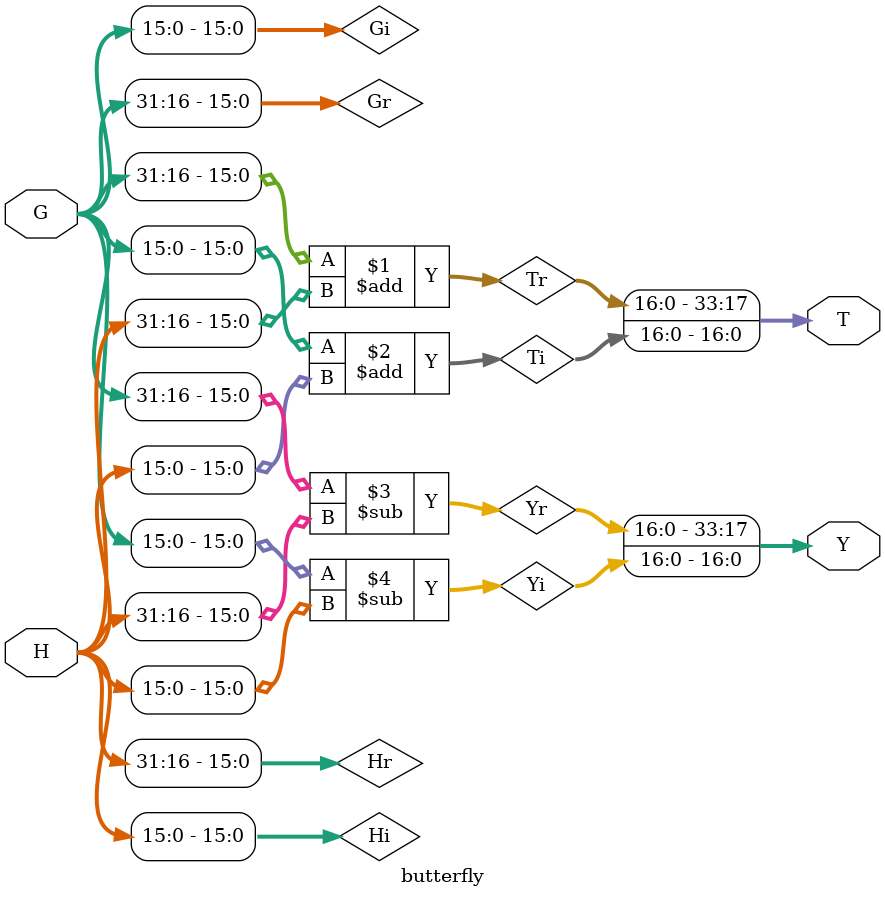
<source format=v>
module butterfly #(
    parameter COMP_BW = 32
)(
    input signed  [COMP_BW-1:0] G,H,
    output signed [COMP_BW+1:0] T,Y
);

parameter BW = COMP_BW/2;

wire [BW-1:0] Gr, Gi, Hr, Hi;
wire [BW:0]   Tr, Ti, Yr, Yi;

assign Gr = G[COMP_BW-1: BW];
assign Gi = G[BW-1: 0];
assign Hr = H[COMP_BW-1: BW];
assign Hi = H[BW-1: 0];

assign Tr = Gr+Hr;
assign Ti = Gi+Hi;
assign Yr = Gr-Hr;
assign Yi = Gi-Hi;

assign T = {Tr, Ti};
assign Y = {Yr, Yi};

endmodule

// BF #(BW) BF_inst(signals...) 형태로 사용
</source>
